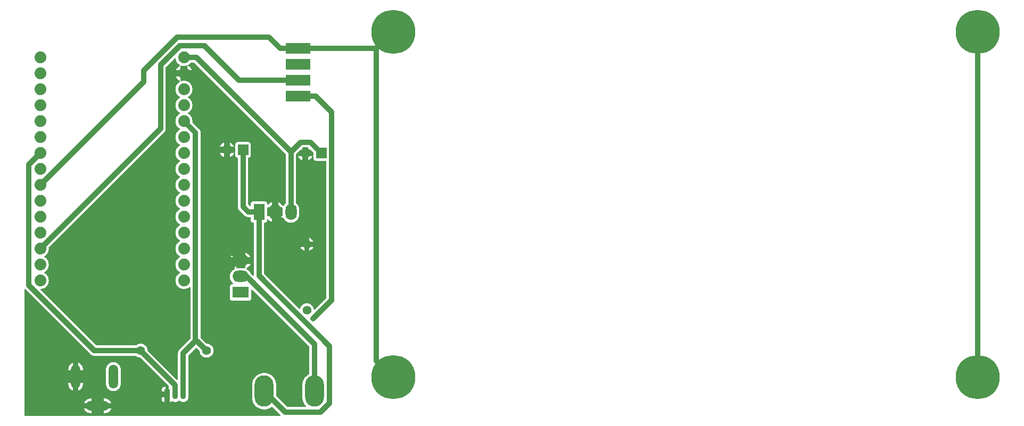
<source format=gbl>
G04 Layer: BottomLayer*
G04 EasyEDA v6.5.22, 2022-12-24 17:29:58*
G04 e378571d72874c3dbad289936ee8c248,b6e8962e620740079bb188d2402746ea,10*
G04 Gerber Generator version 0.2*
G04 Scale: 100 percent, Rotated: No, Reflected: No *
G04 Dimensions in inches *
G04 leading zeros omitted , absolute positions ,3 integer and 6 decimal *
%FSLAX36Y36*%
%MOIN*%

%ADD10C,0.0320*%
%ADD11C,0.2756*%
%ADD12R,0.1575X0.0669*%
%ADD13O,0.10236200000000001X0.070866*%
%ADD14R,0.1024X0.0709*%
%ADD15O,0.070866X0.10236200000000001*%
%ADD16R,0.0709X0.1024*%
%ADD17O,0.035433X0.06299199999999999*%
%ADD18R,0.0354X0.0630*%
%ADD19O,0.145669X0.059054999999999996*%
%ADD20O,0.059054999999999996X0.149606*%
%ADD21C,0.0650*%
%ADD22R,0.0650X0.0650*%
%ADD23O,0.11810999999999999X0.19685*%
%ADD24C,0.0551*%
%ADD25C,0.0740*%
%ADD26C,0.0300*%
%ADD27C,0.0126*%

%LPD*%
G36*
X289800Y95200D02*
G01*
X288260Y95500D01*
X286980Y96380D01*
X286100Y97660D01*
X285800Y99200D01*
X285800Y887480D01*
X286100Y889000D01*
X286980Y890300D01*
X288260Y891180D01*
X289800Y891480D01*
X291340Y891180D01*
X292620Y890300D01*
X700660Y482280D01*
X702380Y480660D01*
X704180Y479219D01*
X706060Y477920D01*
X708040Y476740D01*
X710100Y475720D01*
X712220Y474840D01*
X714400Y474099D01*
X716620Y473540D01*
X718880Y473120D01*
X721180Y472879D01*
X723540Y472800D01*
X982260Y472800D01*
X983580Y472580D01*
X984760Y471920D01*
X988280Y469120D01*
X993080Y466220D01*
X998199Y463940D01*
X1003580Y462340D01*
X1011280Y461100D01*
X1012520Y460260D01*
X1190180Y282580D01*
X1191060Y281280D01*
X1191360Y279760D01*
X1191360Y248240D01*
X1192120Y248240D01*
X1193720Y247920D01*
X1195040Y246980D01*
X1195880Y245580D01*
X1196080Y243640D01*
X1196080Y216360D01*
X1195880Y214420D01*
X1195040Y213020D01*
X1193720Y212079D01*
X1192120Y211759D01*
X1191360Y211759D01*
X1191360Y182300D01*
X1197520Y182300D01*
X1200880Y182640D01*
X1203900Y183560D01*
X1206700Y185060D01*
X1208540Y186560D01*
X1209920Y187300D01*
X1211500Y187440D01*
X1213000Y186980D01*
X1215920Y185380D01*
X1220440Y183680D01*
X1225180Y182659D01*
X1230000Y182320D01*
X1234820Y182659D01*
X1239560Y183680D01*
X1244080Y185380D01*
X1248320Y187700D01*
X1252580Y190920D01*
X1254140Y191640D01*
X1255860Y191640D01*
X1257420Y190920D01*
X1261680Y187700D01*
X1265920Y185380D01*
X1270440Y183680D01*
X1275180Y182659D01*
X1280000Y182320D01*
X1284820Y182659D01*
X1289560Y183680D01*
X1294079Y185380D01*
X1298340Y187700D01*
X1302200Y190600D01*
X1305620Y194020D01*
X1308520Y197880D01*
X1310840Y202140D01*
X1312540Y206660D01*
X1313560Y211400D01*
X1313920Y216360D01*
X1313920Y243640D01*
X1313560Y248600D01*
X1312200Y254940D01*
X1312200Y472600D01*
X1312500Y474120D01*
X1313380Y475420D01*
X1359220Y521280D01*
X1360520Y522140D01*
X1362060Y522440D01*
X1363580Y522140D01*
X1364880Y521280D01*
X1381940Y504219D01*
X1382700Y503160D01*
X1383060Y501900D01*
X1383740Y496640D01*
X1385180Y491220D01*
X1387280Y486019D01*
X1390020Y481140D01*
X1393380Y476640D01*
X1397280Y472620D01*
X1401660Y469120D01*
X1406459Y466220D01*
X1411579Y463940D01*
X1416960Y462340D01*
X1422500Y461460D01*
X1428100Y461280D01*
X1433680Y461800D01*
X1439139Y463060D01*
X1444400Y465000D01*
X1449379Y467580D01*
X1453980Y470800D01*
X1458120Y474560D01*
X1461759Y478840D01*
X1464820Y483540D01*
X1467240Y488579D01*
X1469019Y493900D01*
X1470080Y499400D01*
X1470440Y505000D01*
X1470080Y510600D01*
X1469019Y516100D01*
X1467240Y521420D01*
X1464820Y526460D01*
X1461759Y531160D01*
X1458120Y535440D01*
X1453980Y539200D01*
X1449379Y542420D01*
X1444400Y545000D01*
X1439139Y546940D01*
X1433680Y548180D01*
X1429980Y548540D01*
X1428640Y548920D01*
X1427520Y549700D01*
X1390820Y586420D01*
X1389940Y587720D01*
X1389640Y589240D01*
X1389640Y1872480D01*
X1389560Y1874860D01*
X1389319Y1877140D01*
X1388899Y1879400D01*
X1388340Y1881639D01*
X1387600Y1883820D01*
X1386720Y1885940D01*
X1385700Y1887980D01*
X1384520Y1889960D01*
X1383220Y1891860D01*
X1381780Y1893640D01*
X1380160Y1895380D01*
X1339040Y1936500D01*
X1338140Y1937900D01*
X1337880Y1939560D01*
X1338200Y1945000D01*
X1337840Y1951180D01*
X1336759Y1957260D01*
X1334980Y1963200D01*
X1332540Y1968880D01*
X1329440Y1974240D01*
X1325740Y1979199D01*
X1321500Y1983700D01*
X1316759Y1987660D01*
X1311600Y1991060D01*
X1310880Y1991420D01*
X1309520Y1992540D01*
X1308779Y1994120D01*
X1308779Y1995880D01*
X1309520Y1997460D01*
X1310880Y1998580D01*
X1311600Y1998940D01*
X1316759Y2002340D01*
X1321500Y2006300D01*
X1325740Y2010800D01*
X1329440Y2015760D01*
X1332540Y2021120D01*
X1334980Y2026800D01*
X1336759Y2032740D01*
X1337840Y2038820D01*
X1338200Y2045000D01*
X1337840Y2051180D01*
X1336759Y2057260D01*
X1334980Y2063200D01*
X1332540Y2068880D01*
X1329440Y2074240D01*
X1325740Y2079199D01*
X1321500Y2083700D01*
X1316759Y2087660D01*
X1311600Y2091060D01*
X1310880Y2091420D01*
X1309520Y2092540D01*
X1308779Y2094120D01*
X1308779Y2095880D01*
X1309520Y2097460D01*
X1310880Y2098580D01*
X1311600Y2098940D01*
X1316759Y2102340D01*
X1321500Y2106300D01*
X1325740Y2110800D01*
X1329440Y2115760D01*
X1332540Y2121120D01*
X1334980Y2126800D01*
X1336759Y2132740D01*
X1337840Y2138820D01*
X1338200Y2145000D01*
X1337840Y2151180D01*
X1336759Y2157260D01*
X1334980Y2163200D01*
X1332540Y2168880D01*
X1329440Y2174240D01*
X1325740Y2179200D01*
X1321500Y2183700D01*
X1316759Y2187660D01*
X1311600Y2191060D01*
X1310880Y2191420D01*
X1309520Y2192540D01*
X1308779Y2194120D01*
X1308779Y2195880D01*
X1309520Y2197460D01*
X1310880Y2198580D01*
X1311600Y2198940D01*
X1316759Y2202340D01*
X1321500Y2206300D01*
X1325740Y2210800D01*
X1329440Y2215760D01*
X1332540Y2221120D01*
X1333779Y2224000D01*
X1306000Y2224000D01*
X1306000Y2199580D01*
X1305700Y2198080D01*
X1304880Y2196800D01*
X1303620Y2195920D01*
X1302140Y2195580D01*
X1294240Y2197380D01*
X1288100Y2198100D01*
X1281900Y2198100D01*
X1275760Y2197380D01*
X1267860Y2195580D01*
X1266380Y2195920D01*
X1265120Y2196800D01*
X1264300Y2198080D01*
X1264000Y2199580D01*
X1264000Y2224000D01*
X1236220Y2224000D01*
X1237460Y2221120D01*
X1240560Y2215760D01*
X1244260Y2210800D01*
X1248500Y2206300D01*
X1253240Y2202340D01*
X1258400Y2198940D01*
X1259120Y2198580D01*
X1260480Y2197460D01*
X1261220Y2195880D01*
X1261220Y2194120D01*
X1260480Y2192540D01*
X1259120Y2191420D01*
X1258400Y2191060D01*
X1253240Y2187660D01*
X1248500Y2183700D01*
X1244260Y2179200D01*
X1240560Y2174240D01*
X1237460Y2168880D01*
X1235020Y2163200D01*
X1233240Y2157260D01*
X1232160Y2151180D01*
X1231800Y2145000D01*
X1232160Y2138820D01*
X1233240Y2132740D01*
X1235020Y2126800D01*
X1237460Y2121120D01*
X1240560Y2115760D01*
X1244260Y2110800D01*
X1248500Y2106300D01*
X1253240Y2102340D01*
X1258400Y2098940D01*
X1259120Y2098580D01*
X1260480Y2097460D01*
X1261220Y2095880D01*
X1261220Y2094120D01*
X1260480Y2092540D01*
X1259120Y2091420D01*
X1258400Y2091060D01*
X1253240Y2087660D01*
X1248500Y2083700D01*
X1244260Y2079199D01*
X1240560Y2074240D01*
X1237460Y2068880D01*
X1235020Y2063200D01*
X1233240Y2057260D01*
X1232160Y2051180D01*
X1231800Y2045000D01*
X1232160Y2038820D01*
X1233240Y2032740D01*
X1235020Y2026800D01*
X1237460Y2021120D01*
X1240560Y2015760D01*
X1244260Y2010800D01*
X1248500Y2006300D01*
X1253240Y2002340D01*
X1258400Y1998940D01*
X1259120Y1998580D01*
X1260480Y1997460D01*
X1261220Y1995880D01*
X1261220Y1994120D01*
X1260480Y1992540D01*
X1259120Y1991420D01*
X1258400Y1991060D01*
X1253240Y1987660D01*
X1248500Y1983700D01*
X1244260Y1979199D01*
X1240560Y1974240D01*
X1237460Y1968880D01*
X1235020Y1963200D01*
X1233240Y1957260D01*
X1232160Y1951180D01*
X1231800Y1945000D01*
X1232160Y1938820D01*
X1233240Y1932740D01*
X1235020Y1926800D01*
X1237460Y1921120D01*
X1240560Y1915760D01*
X1244260Y1910800D01*
X1248500Y1906300D01*
X1253240Y1902340D01*
X1258400Y1898940D01*
X1259120Y1898580D01*
X1260480Y1897460D01*
X1261220Y1895880D01*
X1261220Y1894120D01*
X1260480Y1892540D01*
X1259120Y1891420D01*
X1258400Y1891060D01*
X1253240Y1887660D01*
X1248500Y1883700D01*
X1244260Y1879199D01*
X1240560Y1874240D01*
X1237460Y1868880D01*
X1235020Y1863200D01*
X1233240Y1857260D01*
X1232160Y1851180D01*
X1231800Y1845000D01*
X1232160Y1838820D01*
X1233240Y1832740D01*
X1235020Y1826800D01*
X1237460Y1821120D01*
X1240560Y1815760D01*
X1244260Y1810800D01*
X1248500Y1806300D01*
X1253240Y1802340D01*
X1258400Y1798940D01*
X1259120Y1798580D01*
X1260480Y1797460D01*
X1261220Y1795880D01*
X1261220Y1794120D01*
X1260480Y1792540D01*
X1259120Y1791420D01*
X1258400Y1791060D01*
X1253240Y1787660D01*
X1248500Y1783700D01*
X1244260Y1779199D01*
X1240560Y1774240D01*
X1237460Y1768880D01*
X1235020Y1763200D01*
X1233240Y1757260D01*
X1232160Y1751180D01*
X1231800Y1745000D01*
X1232160Y1738820D01*
X1233240Y1732740D01*
X1235020Y1726800D01*
X1237460Y1721120D01*
X1240560Y1715760D01*
X1244260Y1710800D01*
X1248500Y1706300D01*
X1253240Y1702340D01*
X1258400Y1698940D01*
X1259120Y1698580D01*
X1260480Y1697460D01*
X1261220Y1695880D01*
X1261220Y1694120D01*
X1260480Y1692540D01*
X1259120Y1691420D01*
X1258400Y1691060D01*
X1253240Y1687660D01*
X1248500Y1683700D01*
X1244260Y1679199D01*
X1240560Y1674240D01*
X1237460Y1668880D01*
X1235020Y1663200D01*
X1233240Y1657260D01*
X1232160Y1651180D01*
X1231800Y1645000D01*
X1232160Y1638820D01*
X1233240Y1632740D01*
X1235020Y1626800D01*
X1237460Y1621120D01*
X1240560Y1615760D01*
X1244260Y1610800D01*
X1248500Y1606300D01*
X1253240Y1602340D01*
X1258400Y1598940D01*
X1259120Y1598580D01*
X1260480Y1597460D01*
X1261220Y1595880D01*
X1261220Y1594120D01*
X1260480Y1592540D01*
X1259120Y1591420D01*
X1258400Y1591060D01*
X1253240Y1587660D01*
X1248500Y1583700D01*
X1244260Y1579199D01*
X1240560Y1574240D01*
X1237460Y1568880D01*
X1235020Y1563200D01*
X1233240Y1557260D01*
X1232160Y1551180D01*
X1231800Y1545000D01*
X1232160Y1538820D01*
X1233240Y1532740D01*
X1235020Y1526800D01*
X1237460Y1521120D01*
X1240560Y1515760D01*
X1244260Y1510800D01*
X1248500Y1506300D01*
X1253240Y1502340D01*
X1258400Y1498940D01*
X1259120Y1498580D01*
X1260480Y1497460D01*
X1261220Y1495880D01*
X1261220Y1494120D01*
X1260480Y1492540D01*
X1259120Y1491420D01*
X1258400Y1491060D01*
X1253240Y1487660D01*
X1248500Y1483700D01*
X1244260Y1479199D01*
X1240560Y1474240D01*
X1237460Y1468880D01*
X1235020Y1463200D01*
X1233240Y1457260D01*
X1232160Y1451180D01*
X1231800Y1445000D01*
X1232160Y1438820D01*
X1233240Y1432740D01*
X1235020Y1426800D01*
X1237460Y1421120D01*
X1240560Y1415760D01*
X1244260Y1410800D01*
X1248500Y1406300D01*
X1253240Y1402340D01*
X1258400Y1398940D01*
X1259120Y1398580D01*
X1260480Y1397460D01*
X1261220Y1395880D01*
X1261220Y1394120D01*
X1260480Y1392540D01*
X1259120Y1391420D01*
X1258400Y1391060D01*
X1253240Y1387660D01*
X1248500Y1383700D01*
X1244260Y1379199D01*
X1240560Y1374240D01*
X1237460Y1368880D01*
X1235020Y1363200D01*
X1233240Y1357260D01*
X1232160Y1351180D01*
X1231800Y1345000D01*
X1232160Y1338820D01*
X1233240Y1332740D01*
X1235020Y1326800D01*
X1237460Y1321120D01*
X1240560Y1315760D01*
X1244260Y1310800D01*
X1248500Y1306300D01*
X1253240Y1302340D01*
X1258400Y1298940D01*
X1259120Y1298580D01*
X1260480Y1297460D01*
X1261220Y1295880D01*
X1261220Y1294120D01*
X1260480Y1292540D01*
X1259120Y1291420D01*
X1258400Y1291060D01*
X1253240Y1287660D01*
X1248500Y1283700D01*
X1244260Y1279200D01*
X1240560Y1274240D01*
X1237460Y1268880D01*
X1235020Y1263200D01*
X1233240Y1257260D01*
X1232160Y1251180D01*
X1231800Y1245000D01*
X1232160Y1238820D01*
X1233240Y1232740D01*
X1235020Y1226800D01*
X1237460Y1221120D01*
X1240560Y1215760D01*
X1244260Y1210800D01*
X1248500Y1206300D01*
X1253240Y1202340D01*
X1258400Y1198940D01*
X1259120Y1198580D01*
X1260480Y1197460D01*
X1261220Y1195880D01*
X1261220Y1194120D01*
X1260480Y1192540D01*
X1259120Y1191420D01*
X1258400Y1191060D01*
X1253240Y1187660D01*
X1248500Y1183700D01*
X1244260Y1179200D01*
X1240560Y1174240D01*
X1237460Y1168880D01*
X1235020Y1163200D01*
X1233240Y1157260D01*
X1232160Y1151180D01*
X1231800Y1145000D01*
X1232160Y1138820D01*
X1233240Y1132740D01*
X1235020Y1126800D01*
X1237460Y1121120D01*
X1240560Y1115760D01*
X1244260Y1110800D01*
X1248500Y1106300D01*
X1253240Y1102340D01*
X1258400Y1098940D01*
X1259120Y1098580D01*
X1260480Y1097460D01*
X1261220Y1095880D01*
X1261220Y1094120D01*
X1260480Y1092540D01*
X1259120Y1091420D01*
X1258400Y1091060D01*
X1253240Y1087660D01*
X1248500Y1083700D01*
X1244260Y1079200D01*
X1240560Y1074240D01*
X1237460Y1068880D01*
X1235020Y1063200D01*
X1233240Y1057260D01*
X1232160Y1051180D01*
X1231800Y1045000D01*
X1232160Y1038820D01*
X1233240Y1032740D01*
X1235020Y1026800D01*
X1237460Y1021120D01*
X1240560Y1015759D01*
X1244260Y1010800D01*
X1248500Y1006300D01*
X1253240Y1002340D01*
X1258400Y998940D01*
X1259120Y998580D01*
X1260480Y997460D01*
X1261220Y995879D01*
X1261220Y994120D01*
X1260480Y992540D01*
X1259120Y991420D01*
X1258400Y991060D01*
X1253240Y987660D01*
X1248500Y983700D01*
X1244260Y979200D01*
X1240560Y974240D01*
X1237460Y968880D01*
X1235020Y963199D01*
X1233240Y957260D01*
X1232160Y951180D01*
X1231800Y945000D01*
X1232160Y938820D01*
X1233240Y932740D01*
X1235020Y926800D01*
X1237460Y921120D01*
X1240560Y915759D01*
X1244260Y910800D01*
X1248500Y906300D01*
X1253240Y902340D01*
X1258400Y898940D01*
X1263940Y896160D01*
X1269740Y894040D01*
X1275760Y892620D01*
X1281900Y891900D01*
X1288100Y891900D01*
X1294240Y892620D01*
X1300260Y894040D01*
X1306060Y896160D01*
X1311600Y898940D01*
X1316759Y902340D01*
X1318660Y903940D01*
X1319980Y904659D01*
X1321480Y904860D01*
X1322940Y904500D01*
X1324160Y903620D01*
X1324960Y902340D01*
X1325240Y900860D01*
X1325240Y580020D01*
X1324940Y578500D01*
X1324060Y577200D01*
X1257280Y510400D01*
X1255660Y508680D01*
X1254220Y506880D01*
X1252920Y505000D01*
X1251740Y503020D01*
X1250720Y500959D01*
X1249840Y498840D01*
X1249100Y496659D01*
X1248540Y494440D01*
X1248140Y492180D01*
X1247880Y489880D01*
X1247800Y487520D01*
X1247800Y325700D01*
X1247500Y324180D01*
X1246620Y322879D01*
X1245340Y322000D01*
X1243800Y321700D01*
X1242280Y322000D01*
X1240980Y322879D01*
X1058000Y505840D01*
X1057180Y507020D01*
X1056840Y508420D01*
X1056700Y510600D01*
X1055620Y516100D01*
X1053860Y521420D01*
X1051420Y526460D01*
X1048360Y531160D01*
X1044740Y535440D01*
X1040580Y539200D01*
X1035980Y542420D01*
X1031020Y545000D01*
X1025759Y546940D01*
X1020280Y548180D01*
X1014700Y548720D01*
X1009100Y548540D01*
X1003580Y547660D01*
X998199Y546060D01*
X993080Y543780D01*
X988280Y540880D01*
X984760Y538080D01*
X983580Y537420D01*
X982260Y537200D01*
X738460Y537200D01*
X736940Y537500D01*
X735639Y538380D01*
X388579Y885420D01*
X387640Y886940D01*
X387440Y888700D01*
X388020Y890380D01*
X389260Y891640D01*
X390940Y892220D01*
X394240Y892620D01*
X400260Y894040D01*
X406060Y896160D01*
X411599Y898940D01*
X416760Y902340D01*
X421500Y906300D01*
X425740Y910800D01*
X429440Y915759D01*
X432540Y921120D01*
X434980Y926800D01*
X436760Y932740D01*
X437840Y938820D01*
X438200Y945000D01*
X437840Y951180D01*
X436760Y957260D01*
X434980Y963199D01*
X432540Y968880D01*
X429440Y974240D01*
X425740Y979200D01*
X421500Y983700D01*
X416760Y987660D01*
X411599Y991060D01*
X410880Y991420D01*
X409520Y992540D01*
X408780Y994120D01*
X408780Y995879D01*
X409520Y997460D01*
X410880Y998580D01*
X411599Y998940D01*
X416760Y1002340D01*
X421500Y1006300D01*
X425740Y1010800D01*
X429440Y1015759D01*
X432540Y1021120D01*
X434980Y1026800D01*
X436760Y1032740D01*
X437840Y1038820D01*
X438200Y1045000D01*
X437840Y1051180D01*
X436760Y1057260D01*
X434980Y1063200D01*
X432540Y1068880D01*
X429440Y1074240D01*
X425740Y1079200D01*
X421500Y1083700D01*
X416760Y1087660D01*
X411599Y1091060D01*
X410880Y1091420D01*
X409520Y1092540D01*
X408780Y1094120D01*
X408780Y1095880D01*
X409520Y1097460D01*
X410880Y1098580D01*
X411599Y1098940D01*
X416760Y1102340D01*
X421500Y1106300D01*
X425740Y1110800D01*
X429440Y1115760D01*
X432540Y1121120D01*
X434980Y1126800D01*
X436760Y1132740D01*
X437840Y1138820D01*
X438200Y1145000D01*
X437879Y1150440D01*
X438140Y1152100D01*
X439040Y1153500D01*
X1161120Y1875580D01*
X1162740Y1877320D01*
X1164180Y1879100D01*
X1165480Y1881000D01*
X1166660Y1882960D01*
X1167680Y1885020D01*
X1168560Y1887140D01*
X1169300Y1889319D01*
X1169860Y1891560D01*
X1170280Y1893820D01*
X1170520Y1896100D01*
X1170600Y1898480D01*
X1170600Y2282680D01*
X1170900Y2284220D01*
X1171780Y2285520D01*
X1225680Y2339420D01*
X1227140Y2340340D01*
X1228840Y2340560D01*
X1230500Y2340040D01*
X1231780Y2338880D01*
X1232440Y2337280D01*
X1233240Y2332740D01*
X1235020Y2326800D01*
X1237460Y2321120D01*
X1240560Y2315760D01*
X1244260Y2310800D01*
X1248500Y2306300D01*
X1253240Y2302340D01*
X1258400Y2298940D01*
X1259120Y2298580D01*
X1260480Y2297460D01*
X1261220Y2295880D01*
X1261220Y2294120D01*
X1260480Y2292540D01*
X1259120Y2291420D01*
X1258400Y2291060D01*
X1253240Y2287660D01*
X1248500Y2283700D01*
X1244260Y2279200D01*
X1240560Y2274240D01*
X1237460Y2268880D01*
X1236220Y2266000D01*
X1264000Y2266000D01*
X1264000Y2290420D01*
X1264300Y2291920D01*
X1265120Y2293200D01*
X1266380Y2294080D01*
X1267860Y2294420D01*
X1275760Y2292620D01*
X1281900Y2291900D01*
X1288100Y2291900D01*
X1294240Y2292620D01*
X1302140Y2294420D01*
X1303620Y2294080D01*
X1304880Y2293200D01*
X1305700Y2291920D01*
X1306000Y2290420D01*
X1306000Y2266000D01*
X1333779Y2266000D01*
X1332540Y2268880D01*
X1329440Y2274240D01*
X1325740Y2279200D01*
X1321500Y2283700D01*
X1316759Y2287660D01*
X1311600Y2291060D01*
X1310880Y2291420D01*
X1309520Y2292540D01*
X1308779Y2294120D01*
X1308779Y2295880D01*
X1309520Y2297460D01*
X1310880Y2298580D01*
X1311600Y2298940D01*
X1316759Y2302340D01*
X1321500Y2306300D01*
X1326920Y2312060D01*
X1328020Y2312600D01*
X1329240Y2312800D01*
X1346819Y2312800D01*
X1348340Y2312500D01*
X1349640Y2311620D01*
X1921620Y1739640D01*
X1922500Y1738340D01*
X1922800Y1736819D01*
X1922800Y1432680D01*
X1922420Y1430980D01*
X1921380Y1429620D01*
X1919560Y1428100D01*
X1915440Y1423740D01*
X1911860Y1418920D01*
X1908760Y1413480D01*
X1907880Y1412200D01*
X1906600Y1411360D01*
X1905080Y1411060D01*
X1903560Y1411360D01*
X1902280Y1412200D01*
X1901399Y1413480D01*
X1901120Y1414120D01*
X1898120Y1419319D01*
X1894540Y1424120D01*
X1890420Y1428500D01*
X1885820Y1432360D01*
X1880800Y1435660D01*
X1875220Y1438440D01*
X1875220Y1403280D01*
X1900140Y1403280D01*
X1901840Y1402920D01*
X1903200Y1401860D01*
X1904000Y1400320D01*
X1904079Y1398600D01*
X1903720Y1396540D01*
X1903360Y1390440D01*
X1903360Y1359160D01*
X1903720Y1353060D01*
X1903940Y1351800D01*
X1903860Y1350060D01*
X1903060Y1348540D01*
X1901699Y1347480D01*
X1900000Y1347100D01*
X1875220Y1347100D01*
X1875220Y1311960D01*
X1880800Y1314740D01*
X1885820Y1318040D01*
X1890420Y1321900D01*
X1894540Y1326260D01*
X1898120Y1331080D01*
X1901240Y1336519D01*
X1902100Y1337800D01*
X1903400Y1338640D01*
X1904920Y1338940D01*
X1906420Y1338640D01*
X1907720Y1337800D01*
X1908580Y1336519D01*
X1908860Y1335880D01*
X1911860Y1330680D01*
X1915440Y1325860D01*
X1919560Y1321500D01*
X1924160Y1317640D01*
X1929180Y1314340D01*
X1934540Y1311639D01*
X1940180Y1309600D01*
X1946040Y1308220D01*
X1952000Y1307520D01*
X1958000Y1307520D01*
X1963959Y1308220D01*
X1969800Y1309600D01*
X1975440Y1311639D01*
X1980800Y1314340D01*
X1985820Y1317640D01*
X1990420Y1321500D01*
X1994540Y1325860D01*
X1998120Y1330680D01*
X2001120Y1335880D01*
X2003500Y1341399D01*
X2005220Y1347140D01*
X2006279Y1353060D01*
X2006620Y1359160D01*
X2006620Y1390440D01*
X2006279Y1396540D01*
X2005220Y1402460D01*
X2003500Y1408200D01*
X2001120Y1413720D01*
X1998120Y1418920D01*
X1994540Y1423740D01*
X1990420Y1428100D01*
X1988620Y1429600D01*
X1987580Y1430980D01*
X1987200Y1432660D01*
X1987200Y1736819D01*
X1987500Y1738340D01*
X1988380Y1739640D01*
X2011300Y1762580D01*
X2012600Y1763440D01*
X2014139Y1763740D01*
X2026260Y1763740D01*
X2026260Y1775860D01*
X2026560Y1777400D01*
X2027720Y1779000D01*
X2029019Y1779860D01*
X2030560Y1780160D01*
X2059760Y1780160D01*
X2061279Y1779860D01*
X2062580Y1779000D01*
X2063440Y1777700D01*
X2063760Y1776160D01*
X2063760Y1763740D01*
X2079060Y1763740D01*
X2080580Y1763440D01*
X2081879Y1762580D01*
X2095120Y1749340D01*
X2096000Y1748040D01*
X2096300Y1746500D01*
X2096300Y1730240D01*
X2096000Y1728720D01*
X2095120Y1727420D01*
X2093839Y1726560D01*
X2092300Y1726240D01*
X2063760Y1726240D01*
X2063760Y1700160D01*
X2066699Y1701420D01*
X2071900Y1704400D01*
X2076680Y1708020D01*
X2080980Y1712200D01*
X2084740Y1716860D01*
X2087900Y1721960D01*
X2088660Y1723640D01*
X2089560Y1724880D01*
X2090880Y1725700D01*
X2092380Y1725960D01*
X2093899Y1725640D01*
X2095160Y1724760D01*
X2096000Y1723480D01*
X2096300Y1721960D01*
X2096300Y1712700D01*
X2096639Y1709340D01*
X2097560Y1706300D01*
X2099040Y1703520D01*
X2101060Y1701060D01*
X2103520Y1699040D01*
X2106300Y1697560D01*
X2109340Y1696639D01*
X2112700Y1696300D01*
X2173380Y1696300D01*
X2174920Y1696000D01*
X2176200Y1695120D01*
X2177080Y1693839D01*
X2177380Y1692300D01*
X2177380Y836580D01*
X2177080Y835060D01*
X2176200Y833760D01*
X2104980Y762520D01*
X2103500Y761580D01*
X2101780Y761360D01*
X2100120Y761900D01*
X2098840Y763080D01*
X2098200Y764700D01*
X2097660Y768040D01*
X2096060Y773420D01*
X2093779Y778540D01*
X2090880Y783340D01*
X2087380Y787720D01*
X2083360Y791620D01*
X2078860Y794980D01*
X2073980Y797720D01*
X2068779Y799820D01*
X2063360Y801260D01*
X2057800Y801960D01*
X2052200Y801960D01*
X2046639Y801260D01*
X2041220Y799820D01*
X2036020Y797720D01*
X2031140Y794980D01*
X2026639Y791620D01*
X2022620Y787720D01*
X2019120Y783340D01*
X2016220Y778540D01*
X2013940Y773420D01*
X2012920Y769960D01*
X2012140Y768520D01*
X2010840Y767500D01*
X2009240Y767099D01*
X2007620Y767360D01*
X2006260Y768259D01*
X1788360Y986160D01*
X1787500Y987460D01*
X1787200Y988980D01*
X1787200Y1303880D01*
X1787460Y1305320D01*
X1788220Y1306579D01*
X1789400Y1307460D01*
X1790800Y1307860D01*
X1793580Y1308140D01*
X1796620Y1309060D01*
X1799420Y1310560D01*
X1801860Y1312580D01*
X1803880Y1315020D01*
X1805380Y1317820D01*
X1806300Y1320860D01*
X1806620Y1324220D01*
X1806620Y1326040D01*
X1806980Y1327660D01*
X1807940Y1329000D01*
X1809360Y1329840D01*
X1811020Y1330020D01*
X1812600Y1329520D01*
X1813839Y1328420D01*
X1815440Y1326260D01*
X1819560Y1321900D01*
X1824160Y1318040D01*
X1829180Y1314740D01*
X1834780Y1311960D01*
X1834780Y1347100D01*
X1810620Y1347100D01*
X1809100Y1347400D01*
X1807800Y1348280D01*
X1806940Y1349580D01*
X1806620Y1351100D01*
X1806620Y1399280D01*
X1806940Y1400820D01*
X1807800Y1402120D01*
X1809100Y1402980D01*
X1810620Y1403280D01*
X1834780Y1403280D01*
X1834780Y1438440D01*
X1829180Y1435660D01*
X1824160Y1432360D01*
X1819560Y1428500D01*
X1815440Y1424120D01*
X1813839Y1421960D01*
X1812600Y1420860D01*
X1811020Y1420380D01*
X1809360Y1420560D01*
X1807940Y1421399D01*
X1806980Y1422740D01*
X1806620Y1424360D01*
X1806620Y1426180D01*
X1806300Y1429540D01*
X1805380Y1432560D01*
X1803880Y1435360D01*
X1801860Y1437820D01*
X1799420Y1439820D01*
X1796620Y1441320D01*
X1793580Y1442240D01*
X1790240Y1442580D01*
X1719760Y1442580D01*
X1716399Y1442240D01*
X1713360Y1441320D01*
X1710580Y1439820D01*
X1708120Y1437820D01*
X1706100Y1435360D01*
X1704620Y1432560D01*
X1703700Y1429540D01*
X1703360Y1426180D01*
X1703360Y1414560D01*
X1703060Y1413040D01*
X1702200Y1411740D01*
X1700900Y1410860D01*
X1699360Y1410560D01*
X1697840Y1410860D01*
X1696540Y1411740D01*
X1688380Y1419900D01*
X1687500Y1421200D01*
X1687200Y1422720D01*
X1687200Y1712660D01*
X1687560Y1714319D01*
X1688580Y1715700D01*
X1690080Y1716500D01*
X1693720Y1717560D01*
X1696480Y1719040D01*
X1698940Y1721060D01*
X1700960Y1723520D01*
X1702440Y1726300D01*
X1703360Y1729340D01*
X1703700Y1732700D01*
X1703700Y1797300D01*
X1703360Y1800660D01*
X1702440Y1803700D01*
X1700960Y1806480D01*
X1698940Y1808940D01*
X1696480Y1810960D01*
X1693700Y1812440D01*
X1690660Y1813360D01*
X1687300Y1813700D01*
X1622700Y1813700D01*
X1619340Y1813360D01*
X1616300Y1812440D01*
X1613520Y1810960D01*
X1611060Y1808940D01*
X1609040Y1806480D01*
X1607560Y1803700D01*
X1606639Y1800660D01*
X1606300Y1797300D01*
X1606300Y1788040D01*
X1606000Y1786519D01*
X1605160Y1785240D01*
X1603899Y1784360D01*
X1602380Y1784040D01*
X1600880Y1784300D01*
X1599560Y1785120D01*
X1598660Y1786360D01*
X1597900Y1788040D01*
X1594740Y1793140D01*
X1590980Y1797800D01*
X1586680Y1801980D01*
X1581900Y1805600D01*
X1576699Y1808580D01*
X1573760Y1809840D01*
X1573760Y1783740D01*
X1602300Y1783740D01*
X1603839Y1783440D01*
X1605120Y1782580D01*
X1606000Y1781279D01*
X1606300Y1779740D01*
X1606300Y1750240D01*
X1606000Y1748720D01*
X1605120Y1747420D01*
X1603839Y1746560D01*
X1602300Y1746240D01*
X1573760Y1746240D01*
X1573760Y1720160D01*
X1576699Y1721420D01*
X1581900Y1724400D01*
X1586680Y1728020D01*
X1590980Y1732200D01*
X1594740Y1736860D01*
X1597900Y1741960D01*
X1598660Y1743640D01*
X1599560Y1744880D01*
X1600880Y1745700D01*
X1602380Y1745960D01*
X1603899Y1745640D01*
X1605160Y1744760D01*
X1606000Y1743480D01*
X1606300Y1741960D01*
X1606300Y1732700D01*
X1606639Y1729340D01*
X1607560Y1726300D01*
X1609040Y1723520D01*
X1611060Y1721060D01*
X1613520Y1719040D01*
X1616279Y1717560D01*
X1619920Y1716500D01*
X1621420Y1715700D01*
X1622440Y1714319D01*
X1622800Y1712660D01*
X1622800Y1407800D01*
X1622880Y1405440D01*
X1623140Y1403140D01*
X1623540Y1400880D01*
X1624100Y1398660D01*
X1624840Y1396480D01*
X1625720Y1394360D01*
X1626740Y1392300D01*
X1627920Y1390320D01*
X1629220Y1388440D01*
X1630660Y1386639D01*
X1632280Y1384900D01*
X1664720Y1352480D01*
X1666440Y1350860D01*
X1668240Y1349420D01*
X1670120Y1348120D01*
X1672100Y1346940D01*
X1674160Y1345920D01*
X1676279Y1345040D01*
X1678460Y1344300D01*
X1680680Y1343740D01*
X1682940Y1343320D01*
X1685240Y1343080D01*
X1687600Y1343000D01*
X1699360Y1343000D01*
X1700900Y1342700D01*
X1702200Y1341819D01*
X1703060Y1340520D01*
X1703360Y1339000D01*
X1703360Y1324220D01*
X1703700Y1320860D01*
X1704620Y1317820D01*
X1706100Y1315020D01*
X1708120Y1312580D01*
X1710580Y1310560D01*
X1713360Y1309060D01*
X1716399Y1308140D01*
X1719180Y1307880D01*
X1720580Y1307460D01*
X1721759Y1306579D01*
X1722520Y1305320D01*
X1722800Y1303880D01*
X1722800Y978460D01*
X1722480Y976919D01*
X1721620Y975620D01*
X1720320Y974760D01*
X1718800Y974460D01*
X1717260Y974760D01*
X1715960Y975620D01*
X1704620Y986960D01*
X1703700Y988420D01*
X1702960Y990440D01*
X1700260Y995800D01*
X1696960Y1000819D01*
X1693100Y1005420D01*
X1688740Y1009539D01*
X1683920Y1013120D01*
X1678480Y1016240D01*
X1677200Y1017099D01*
X1676360Y1018400D01*
X1676060Y1019900D01*
X1676360Y1021420D01*
X1677200Y1022720D01*
X1678480Y1023580D01*
X1679120Y1023860D01*
X1684319Y1026860D01*
X1689139Y1030440D01*
X1693500Y1034560D01*
X1697360Y1039160D01*
X1700660Y1044180D01*
X1703440Y1049780D01*
X1668280Y1049780D01*
X1668280Y1024860D01*
X1667920Y1023160D01*
X1666860Y1021780D01*
X1665320Y1020980D01*
X1663600Y1020920D01*
X1661540Y1021280D01*
X1655440Y1021620D01*
X1624180Y1021620D01*
X1618060Y1021280D01*
X1616800Y1021040D01*
X1615080Y1021120D01*
X1613540Y1021919D01*
X1612480Y1023300D01*
X1612100Y1024980D01*
X1612100Y1049780D01*
X1576960Y1049780D01*
X1579740Y1044180D01*
X1583040Y1039160D01*
X1586900Y1034560D01*
X1591260Y1030440D01*
X1596080Y1026860D01*
X1601519Y1023760D01*
X1602800Y1022880D01*
X1603640Y1021600D01*
X1603940Y1020080D01*
X1603640Y1018560D01*
X1602800Y1017280D01*
X1601519Y1016400D01*
X1600880Y1016120D01*
X1595680Y1013120D01*
X1590880Y1009539D01*
X1586500Y1005420D01*
X1582640Y1000819D01*
X1579340Y995800D01*
X1576660Y990440D01*
X1574600Y984800D01*
X1573220Y978960D01*
X1572520Y973000D01*
X1572520Y967000D01*
X1573220Y961040D01*
X1574600Y955180D01*
X1576660Y949539D01*
X1579340Y944180D01*
X1582640Y939160D01*
X1586500Y934560D01*
X1590880Y930440D01*
X1593040Y928840D01*
X1594139Y927600D01*
X1594620Y926020D01*
X1594440Y924360D01*
X1593600Y922940D01*
X1592260Y921979D01*
X1590640Y921620D01*
X1588820Y921620D01*
X1585460Y921300D01*
X1582440Y920380D01*
X1579640Y918880D01*
X1577180Y916860D01*
X1575180Y914419D01*
X1573680Y911620D01*
X1572760Y908580D01*
X1572420Y905240D01*
X1572420Y834760D01*
X1572760Y831400D01*
X1573680Y828360D01*
X1575180Y825580D01*
X1577180Y823120D01*
X1579640Y821100D01*
X1582440Y819620D01*
X1585460Y818700D01*
X1588820Y818360D01*
X1690780Y818360D01*
X1694139Y818700D01*
X1697180Y819620D01*
X1699980Y821100D01*
X1702420Y823120D01*
X1704440Y825580D01*
X1705940Y828360D01*
X1706860Y831400D01*
X1707180Y834760D01*
X1707180Y883660D01*
X1707500Y885200D01*
X1708360Y886500D01*
X1709660Y887360D01*
X1711180Y887660D01*
X1712720Y887360D01*
X1714019Y886500D01*
X2069100Y531400D01*
X2069980Y530100D01*
X2070280Y528580D01*
X2070280Y359820D01*
X2070000Y358340D01*
X2069199Y357080D01*
X2068000Y356200D01*
X2067000Y355740D01*
X2060680Y351940D01*
X2054740Y347540D01*
X2049280Y342580D01*
X2044319Y337100D01*
X2039920Y331180D01*
X2036120Y324840D01*
X2032960Y318160D01*
X2030480Y311220D01*
X2028680Y304060D01*
X2027600Y296740D01*
X2027220Y289280D01*
X2027220Y210720D01*
X2027600Y203260D01*
X2028680Y195940D01*
X2030480Y188780D01*
X2032960Y181840D01*
X2036120Y175159D01*
X2039920Y168820D01*
X2044319Y162900D01*
X2049460Y157240D01*
X2050400Y155960D01*
X2050780Y154400D01*
X2050520Y152840D01*
X2049660Y151500D01*
X2048340Y150600D01*
X2046780Y150280D01*
X1934440Y150280D01*
X1932900Y150580D01*
X1931600Y151460D01*
X1863940Y219120D01*
X1863080Y220400D01*
X1862780Y221940D01*
X1862780Y289280D01*
X1862400Y296740D01*
X1861320Y304060D01*
X1859520Y311220D01*
X1857040Y318160D01*
X1853880Y324840D01*
X1850080Y331180D01*
X1845680Y337100D01*
X1840720Y342580D01*
X1835260Y347540D01*
X1829319Y351940D01*
X1823000Y355740D01*
X1816320Y358900D01*
X1809360Y361380D01*
X1802200Y363180D01*
X1794900Y364260D01*
X1787520Y364620D01*
X1780140Y364260D01*
X1772840Y363180D01*
X1765680Y361380D01*
X1758720Y358900D01*
X1752040Y355740D01*
X1745720Y351940D01*
X1739780Y347540D01*
X1734319Y342580D01*
X1729360Y337100D01*
X1724960Y331180D01*
X1721160Y324840D01*
X1718000Y318160D01*
X1715520Y311220D01*
X1713720Y304060D01*
X1712640Y296740D01*
X1712260Y289280D01*
X1712260Y210720D01*
X1712640Y203260D01*
X1713720Y195940D01*
X1715520Y188780D01*
X1718000Y181840D01*
X1721160Y175159D01*
X1724960Y168820D01*
X1729360Y162900D01*
X1734319Y157420D01*
X1739780Y152460D01*
X1745720Y148060D01*
X1752040Y144260D01*
X1758720Y141100D01*
X1765680Y138620D01*
X1772840Y136820D01*
X1780140Y135740D01*
X1787520Y135380D01*
X1794900Y135740D01*
X1802200Y136820D01*
X1809360Y138620D01*
X1816320Y141100D01*
X1823000Y144260D01*
X1829319Y148060D01*
X1834940Y152220D01*
X1836200Y152840D01*
X1837620Y153000D01*
X1838980Y152640D01*
X1840140Y151840D01*
X1889960Y102020D01*
X1890820Y100740D01*
X1891120Y99200D01*
X1890820Y97660D01*
X1889960Y96380D01*
X1888660Y95500D01*
X1887120Y95200D01*
G37*

%LPC*%
G36*
X1510140Y1783740D02*
G01*
X1536260Y1783740D01*
X1536260Y1809920D01*
X1530660Y1807160D01*
X1525660Y1803860D01*
X1521100Y1799960D01*
X1517060Y1795520D01*
X1513600Y1790640D01*
X1510760Y1785360D01*
G37*
G36*
X783620Y175740D02*
G01*
X830240Y175740D01*
X829380Y177940D01*
X826600Y182979D01*
X823240Y187620D01*
X819300Y191800D01*
X814880Y195460D01*
X810040Y198540D01*
X804840Y200980D01*
X799380Y202760D01*
X793740Y203840D01*
X787880Y204200D01*
X783620Y204200D01*
G37*
G36*
X659160Y175740D02*
G01*
X705780Y175740D01*
X705780Y204200D01*
X701520Y204200D01*
X695660Y203840D01*
X690020Y202760D01*
X684560Y200980D01*
X679360Y198540D01*
X674520Y195460D01*
X670100Y191800D01*
X666160Y187620D01*
X662800Y182979D01*
X660020Y177940D01*
G37*
G36*
X1162480Y182300D02*
G01*
X1168640Y182300D01*
X1168640Y211759D01*
X1146080Y211759D01*
X1146080Y198700D01*
X1146420Y195340D01*
X1147340Y192320D01*
X1148820Y189520D01*
X1150840Y187060D01*
X1153300Y185060D01*
X1156100Y183560D01*
X1159120Y182640D01*
G37*
G36*
X1146080Y248240D02*
G01*
X1168640Y248240D01*
X1168640Y277700D01*
X1162480Y277700D01*
X1159120Y277360D01*
X1156100Y276440D01*
X1153300Y274940D01*
X1150840Y272940D01*
X1148820Y270480D01*
X1147340Y267680D01*
X1146420Y264660D01*
X1146080Y261300D01*
G37*
G36*
X840260Y250640D02*
G01*
X846000Y250640D01*
X851700Y251360D01*
X857260Y252800D01*
X862600Y254899D01*
X867620Y257680D01*
X872280Y261040D01*
X876460Y264980D01*
X880120Y269400D01*
X883199Y274240D01*
X885639Y279440D01*
X887420Y284900D01*
X888480Y290540D01*
X888860Y296400D01*
X888860Y386700D01*
X888480Y392560D01*
X887420Y398200D01*
X885639Y403660D01*
X883199Y408860D01*
X880120Y413700D01*
X876460Y418120D01*
X872280Y422060D01*
X867620Y425420D01*
X862600Y428200D01*
X857260Y430300D01*
X851700Y431740D01*
X846000Y432460D01*
X840260Y432460D01*
X834560Y431740D01*
X829000Y430300D01*
X823660Y428200D01*
X818640Y425420D01*
X813980Y422060D01*
X809800Y418120D01*
X806140Y413700D01*
X803060Y408860D01*
X800620Y403660D01*
X798840Y398200D01*
X797780Y392560D01*
X797400Y386700D01*
X797400Y296400D01*
X797780Y290540D01*
X798840Y284900D01*
X800620Y279440D01*
X803060Y274240D01*
X806140Y269400D01*
X809800Y264980D01*
X813980Y261040D01*
X818640Y257680D01*
X823660Y254899D01*
X829000Y252800D01*
X834560Y251360D01*
G37*
G36*
X624180Y254040D02*
G01*
X626380Y254899D01*
X631400Y257680D01*
X636060Y261040D01*
X640240Y264980D01*
X643900Y269400D01*
X646979Y274240D01*
X649419Y279440D01*
X651200Y284900D01*
X652260Y290540D01*
X652640Y296400D01*
X652640Y301640D01*
X624180Y301640D01*
G37*
G36*
X589640Y254040D02*
G01*
X589640Y301640D01*
X561180Y301640D01*
X561180Y296400D01*
X561560Y290540D01*
X562620Y284900D01*
X564400Y279440D01*
X566840Y274240D01*
X569920Y269400D01*
X573580Y264980D01*
X577760Y261040D01*
X582420Y257680D01*
X587440Y254899D01*
G37*
G36*
X561180Y381460D02*
G01*
X589640Y381460D01*
X589640Y429060D01*
X587440Y428200D01*
X582420Y425420D01*
X577760Y422060D01*
X573580Y418120D01*
X569920Y413700D01*
X566840Y408860D01*
X564400Y403660D01*
X562620Y398200D01*
X561560Y392560D01*
X561180Y386700D01*
G37*
G36*
X701520Y112760D02*
G01*
X705780Y112760D01*
X705780Y141220D01*
X659160Y141220D01*
X660020Y139020D01*
X662800Y133980D01*
X666160Y129340D01*
X670100Y125160D01*
X674520Y121500D01*
X679360Y118420D01*
X684560Y115980D01*
X690020Y114200D01*
X695660Y113120D01*
G37*
G36*
X783620Y112760D02*
G01*
X787880Y112760D01*
X793740Y113120D01*
X799380Y114200D01*
X804840Y115980D01*
X810040Y118420D01*
X814880Y121500D01*
X819300Y125160D01*
X823240Y129340D01*
X826600Y133980D01*
X829380Y139020D01*
X830240Y141220D01*
X783620Y141220D01*
G37*
G36*
X1668280Y1090220D02*
G01*
X1703440Y1090220D01*
X1700660Y1095800D01*
X1697360Y1100820D01*
X1693500Y1105420D01*
X1689139Y1109540D01*
X1684319Y1113120D01*
X1679120Y1116120D01*
X1673600Y1118500D01*
X1668280Y1120100D01*
G37*
G36*
X1576960Y1090220D02*
G01*
X1612100Y1090220D01*
X1612100Y1120100D01*
X1606800Y1118500D01*
X1601279Y1116120D01*
X1596080Y1113120D01*
X1591260Y1109540D01*
X1586900Y1105420D01*
X1583040Y1100820D01*
X1579740Y1095800D01*
G37*
G36*
X2038720Y1131100D02*
G01*
X2038720Y1155420D01*
X2014460Y1155420D01*
X2015000Y1153980D01*
X2017580Y1149020D01*
X2020800Y1144420D01*
X2024560Y1140260D01*
X2028839Y1136640D01*
X2033540Y1133580D01*
G37*
G36*
X2071279Y1131100D02*
G01*
X2076459Y1133580D01*
X2081160Y1136640D01*
X2085440Y1140260D01*
X2089199Y1144420D01*
X2092420Y1149020D01*
X2095000Y1153980D01*
X2095540Y1155420D01*
X2071279Y1155420D01*
G37*
G36*
X2014460Y1187980D02*
G01*
X2038720Y1187980D01*
X2038720Y1212200D01*
X2036020Y1211120D01*
X2031140Y1208360D01*
X2026639Y1205000D01*
X2022620Y1201100D01*
X2019120Y1196720D01*
X2016220Y1191920D01*
G37*
G36*
X2071279Y1187980D02*
G01*
X2095540Y1187980D01*
X2093779Y1191920D01*
X2090880Y1196720D01*
X2087380Y1201100D01*
X2083360Y1205000D01*
X2078860Y1208360D01*
X2073980Y1211120D01*
X2071279Y1212200D01*
G37*
G36*
X2026260Y1700080D02*
G01*
X2026260Y1726240D01*
X2000140Y1726240D01*
X2000760Y1724640D01*
X2003600Y1719360D01*
X2007060Y1714480D01*
X2011100Y1710040D01*
X2015660Y1706140D01*
X2020660Y1702840D01*
G37*
G36*
X1536260Y1720080D02*
G01*
X1536260Y1746240D01*
X1510140Y1746240D01*
X1510760Y1744640D01*
X1513600Y1739360D01*
X1517060Y1734480D01*
X1521100Y1730040D01*
X1525660Y1726140D01*
X1530660Y1722840D01*
G37*
G36*
X624180Y381460D02*
G01*
X652640Y381460D01*
X652640Y386700D01*
X652260Y392560D01*
X651200Y398200D01*
X649419Y403660D01*
X646979Y408860D01*
X643900Y413700D01*
X640240Y418120D01*
X636060Y422060D01*
X631400Y425420D01*
X626380Y428200D01*
X624180Y429060D01*
G37*

%LPD*%
D10*
X2102480Y249998D02*
G01*
X2102480Y543569D01*
X1676050Y969998D01*
X1639800Y969998D01*
X1285001Y1944998D02*
G01*
X1357440Y1872559D01*
X1357440Y565028D01*
X1426691Y504998D02*
G01*
X1366661Y565028D01*
X1357440Y565028D01*
X1357440Y565028D02*
G01*
X1280001Y487588D01*
X1280001Y229998D01*
X2055001Y1171689D02*
G01*
X2044530Y1171689D01*
X1854991Y1361228D01*
X1854991Y1375198D01*
X2045001Y1744998D02*
G01*
X2045001Y1181689D01*
X2055001Y1171689D01*
X1285001Y2244998D02*
G01*
X1555001Y1974998D01*
X1555001Y1764998D01*
X1180001Y229998D02*
G01*
X1180001Y166469D01*
X1180001Y166469D02*
G01*
X1207691Y166469D01*
X1214930Y159229D01*
X1300841Y159229D01*
X1490460Y348849D01*
X1490460Y938229D01*
X1631220Y1078989D01*
X1555001Y1764998D02*
G01*
X1555001Y1155198D01*
X1631220Y1078989D01*
X1631220Y1078989D02*
G01*
X1640191Y1070009D01*
X2000001Y2099998D02*
G01*
X2110771Y2099998D01*
X2110771Y2099998D02*
G01*
X2209580Y2001188D01*
X2209580Y821588D01*
X2092480Y704488D01*
X2000001Y2199998D02*
G01*
X1630550Y2199998D01*
X1412461Y2418089D01*
X1258810Y2418089D01*
X1138401Y2297678D01*
X1138401Y1898398D01*
X385001Y1144998D01*
X1955001Y1751808D02*
G01*
X1361810Y2344998D01*
X1285001Y2344998D01*
X2145001Y1744998D02*
G01*
X2077631Y1812368D01*
X2015560Y1812368D01*
X1955001Y1751808D01*
X1955001Y1751808D02*
G01*
X1955001Y1374809D01*
X385001Y1544998D02*
G01*
X1032710Y2192709D01*
X1032710Y2260639D01*
X1244000Y2471929D01*
X1817300Y2471929D01*
X1889230Y2399998D01*
X1944620Y2399998D02*
G01*
X1889230Y2399998D01*
X1944620Y2399998D02*
G01*
X2000001Y2399998D01*
X6256571Y2503798D02*
G01*
X6256571Y338398D01*
X2595171Y338398D02*
G01*
X2491370Y442199D01*
X2491370Y2399998D01*
X2000001Y2399998D02*
G01*
X2491370Y2399998D01*
X2491370Y2399998D02*
G01*
X2595171Y2503798D01*
X1655001Y1764998D02*
G01*
X1655001Y1407728D01*
X1687530Y1375198D01*
X1754991Y1375198D02*
G01*
X1687530Y1375198D01*
X1754991Y1375198D02*
G01*
X1754991Y973989D01*
X2197761Y531219D01*
X2197761Y175039D01*
X2140801Y118078D01*
X1919440Y118078D01*
X1787520Y249998D01*
X1013311Y504998D02*
G01*
X723470Y504998D01*
X312301Y916168D01*
X312301Y1672298D01*
X385001Y1744998D01*
X1013311Y504998D02*
G01*
X1230001Y288308D01*
X1230001Y229998D01*
D11*
G01*
X2595169Y2503800D03*
G01*
X2595169Y338400D03*
G01*
X6256570Y338400D03*
G01*
X6256570Y2503800D03*
D12*
G01*
X2000000Y2400000D03*
G01*
X2000000Y2300000D03*
G01*
X2000000Y2200000D03*
G01*
X2000000Y2100000D03*
D13*
G01*
X1639804Y969994D03*
G01*
X1640195Y1070005D03*
D14*
G01*
X1639804Y869994D03*
D15*
G01*
X1854994Y1375194D03*
G01*
X1955005Y1374805D03*
D16*
G01*
X1754994Y1375194D03*
D17*
G01*
X1280000Y230000D03*
G01*
X1230000Y230000D03*
D18*
G01*
X1180000Y230000D03*
D19*
G01*
X744699Y158449D03*
D20*
G01*
X606900Y341550D03*
G01*
X843100Y341550D03*
D21*
G01*
X1555000Y1765000D03*
D22*
G01*
X1655000Y1765000D03*
G01*
X2145000Y1745000D03*
D21*
G01*
X2045000Y1745000D03*
D23*
G01*
X1787520Y250000D03*
G01*
X2102479Y250000D03*
D24*
G01*
X2055000Y1171689D03*
G01*
X2055000Y758310D03*
G01*
X1013310Y505000D03*
G01*
X1426689Y505000D03*
D25*
G01*
X1285000Y945000D03*
G01*
X1285000Y1045000D03*
G01*
X1285000Y1145000D03*
G01*
X1285000Y1245000D03*
G01*
X1285000Y1345000D03*
G01*
X1285000Y1445000D03*
G01*
X1285000Y1545000D03*
G01*
X1285000Y1645000D03*
G01*
X1285000Y1745000D03*
G01*
X1285000Y1845000D03*
G01*
X1285000Y1945000D03*
G01*
X1285000Y2045000D03*
G01*
X1285000Y2145000D03*
G01*
X1285000Y2245000D03*
G01*
X1285000Y2345000D03*
G01*
X385000Y2345000D03*
G01*
X385000Y2245000D03*
G01*
X385000Y2145000D03*
G01*
X385000Y2045000D03*
G01*
X385000Y1945000D03*
G01*
X385000Y1845000D03*
G01*
X385000Y1745000D03*
G01*
X385000Y1645000D03*
G01*
X385000Y1545000D03*
G01*
X385000Y1445000D03*
G01*
X385000Y1345000D03*
G01*
X385000Y1245000D03*
G01*
X385000Y1145000D03*
G01*
X385000Y1045000D03*
G01*
X385000Y945000D03*
D26*
G01*
X2092480Y704488D03*
M02*

</source>
